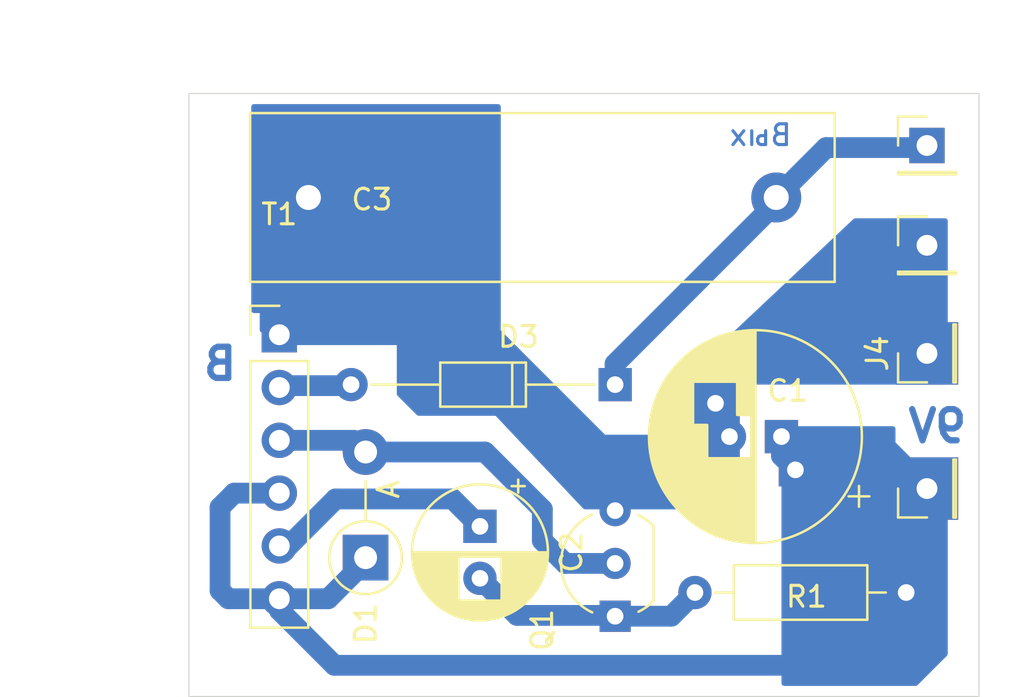
<source format=kicad_pcb>
(kicad_pcb (version 20211014) (generator pcbnew)
  (layers (0 "F.Cu" signal) (31 "B.Cu" signal) (34 "B.Paste" user) (35 "F.Paste" user) (36 "B.SilkS" user "B.Silkscreen") (37 "F.SilkS" user "F.Silkscreen") (38 "B.Mask" user) (39 "F.Mask" user) (44 "Edge.Cuts" user))
  (net 0 "")
  (net 1 "+9V")
  (net 2 "Earth")
  (net 3 "Net-(C2-Pad2)")
  (net 4 "Net-(C2-Pad1)")
  (net 5 "Net-(C3-Pad2)")
  (net 6 "Net-(D1-Pad2)")
  (net 7 "Net-(D3-Pad2)")
  (footprint "Capacitor_THT:CP_Radial_D10.0mm_P2.50mm_P5.00mm" (layer "F.Cu") (at 81.5 53.5 180)
    (fp_text reference "C1" (at -0.3 2.2) (layer "F.SilkS"))
    (fp_text value "200uf 10v")
    (fp_line (start 3.331 -4.639) (end 3.331 -1.04) (layer "F.SilkS") (width 0.12))
    (fp_line (start 1.81 1.04) (end 1.81 5.05) (layer "F.SilkS") (width 0.12))
    (fp_line (start 4.971 -3.478) (end 4.971 3.478) (layer "F.SilkS") (width 0.12))
    (fp_line (start 5.971 -1.944) (end 5.971 1.944) (layer "F.SilkS") (width 0.12))
    (fp_line (start 2.211 2.64) (end 2.211 4.99) (layer "F.SilkS") (width 0.12))
    (fp_line (start 6.011 -1.846) (end 6.011 1.846) (layer "F.SilkS") (width 0.12))
    (fp_line (start 3.571 -4.525) (end 3.571 0.56) (layer "F.SilkS") (width 0.12))
    (fp_line (start 4.811 -3.64) (end 4.811 3.64) (layer "F.SilkS") (width 0.12))
    (fp_line (start 2.211 -4.99) (end 2.211 -1.04) (layer "F.SilkS") (width 0.12))
    (fp_line (start 1.49 -5.075) (end 1.49 -1.04) (layer "F.SilkS") (width 0.12))
    (fp_line (start 2.571 -4.907) (end 2.571 -1.04) (layer "F.SilkS") (width 0.12))
    (fp_line (start 4.131 -4.194) (end 4.131 0.56) (layer "F.SilkS") (width 0.12))
    (fp_line (start 6.251 -1.062) (end 6.251 1.062) (layer "F.SilkS") (width 0.12))
    (fp_line (start 2.531 -4.918) (end 2.531 -1.04) (layer "F.SilkS") (width 0.12))
    (fp_line (start 3.771 -4.417) (end 3.771 0.56) (layer "F.SilkS") (width 0.12))
    (fp_line (start 5.131 -3.301) (end 5.131 3.301) (layer "F.SilkS") (width 0.12))
    (fp_line (start 2.611 -4.897) (end 2.611 -1.04) (layer "F.SilkS") (width 0.12))
    (fp_line (start 3.611 -4.504) (end 3.611 0.56) (layer "F.SilkS") (width 0.12))
    (fp_line (start 1.77 -5.054) (end 1.77 -1.04) (layer "F.SilkS") (width 0.12))
    (fp_line (start 2.411 -4.947) (end 2.411 -1.04) (layer "F.SilkS") (width 0.12))
    (fp_line (start 4.411 -3.989) (end 4.411 3.989) (layer "F.SilkS") (width 0.12))
    (fp_line (start 3.851 -4.371) (end 3.851 0.56) (layer "F.SilkS") (width 0.12))
    (fp_line (start 1.85 1.04) (end 1.85 5.045) (layer "F.SilkS") (width 0.12))
    (fp_line (start 6.091 -1.63) (end 6.091 1.63) (layer "F.SilkS") (width 0.12))
    (fp_line (start 2.051 1.04) (end 2.051 5.018) (layer "F.SilkS") (width 0.12))
    (fp_line (start 2.811 2.64) (end 2.811 4.837) (layer "F.SilkS") (width 0.12))
    (fp_line (start 5.811 -2.289) (end 5.811 2.289) (layer "F.SilkS") (width 0.12))
    (fp_line (start 5.691 -2.51) (end 5.691 2.51) (layer "F.SilkS") (width 0.12))
    (fp_line (start 6.051 -1.742) (end 6.051 1.742) (layer "F.SilkS") (width 0.12))
    (fp_line (start 2.131 -5.004) (end 2.131 -1.04) (layer "F.SilkS") (width 0.12))
    (fp_line (start 5.331 -3.054) (end 5.331 3.054) (layer "F.SilkS") (width 0.12))
    (fp_line (start 4.211 -4.138) (end 4.211 0.56) (layer "F.SilkS") (width 0.12))
    (fp_line (start 1.45 -5.077) (end 1.45 5.077) (layer "F.SilkS") (width 0.12))
    (fp_line (start 4.891 -3.561) (end 4.891 3.561) (layer "F.SilkS") (width 0.12))
    (fp_line (start 3.971 -4.298) (end 3.971 0.56) (layer "F.SilkS") (width 0.12))
    (fp_line (start 3.931 2.64) (end 3.931 4.323) (layer "F.SilkS") (width 0.12))
    (fp_line (start 2.531 2.64) (end 2.531 4.918) (layer "F.SilkS") (width 0.12))
    (fp_line (start 3.731 -4.44) (end 3.731 0.56) (layer "F.SilkS") (width 0.12))
    (fp_line (start 2.651 2.64) (end 2.651 4.885) (layer "F.SilkS") (width 0.12))
    (fp_line (start 5.851 -2.209) (end 5.851 2.209) (layer "F.SilkS") (width 0.12))
    (fp_line (start 2.651 -4.885) (end 2.651 -1.04) (layer "F.SilkS") (width 0.12))
    (fp_line (start 1.89 1.04) (end 1.89 5.04) (layer "F.SilkS") (width 0.12))
    (fp_line (start 1.53 1.04) (end 1.53 5.073) (layer "F.SilkS") (width 0.12))
    (fp_line (start 4.051 -4.247) (end 4.051 0.56) (layer "F.SilkS") (width 0.12))
    (fp_line (start 1.77 1.04) (end 1.77 5.054) (layer "F.SilkS") (width 0.12))
    (fp_line (start 3.211 -4.69) (end 3.211 -1.04) (layer "F.SilkS") (width 0.12))
    (fp_line (start 2.411 2.64) (end 2.411 4.947) (layer "F.SilkS") (width 0.12))
    (fp_line (start 1.53 -5.073) (end 1.53 -1.04) (layer "F.SilkS") (width 0.12))
    (fp_line (start 1.57 -5.07) (end 1.57 -1.04) (layer "F.SilkS") (width 0.12))
    (fp_line (start 6.211 -1.23) (end 6.211 1.23) (layer "F.SilkS") (width 0.12))
    (fp_line (start 3.451 -4.584) (end 3.451 -1.04) (layer "F.SilkS") (width 0.12))
    (fp_line (start 2.051 -5.018) (end 2.051 -1.04) (layer "F.SilkS") (width 0.12))
    (fp_line (start 3.171 -4.707) (end 3.171 -1.04) (layer "F.SilkS") (width 0.12))
    (fp_line (start 3.731 2.64) (end 3.731 4.44) (layer "F.SilkS") (width 0.12))
    (fp_line (start 3.331 2.64) (end 3.331 4.639) (layer "F.SilkS") (width 0.12))
    (fp_line (start 4.731 -3.716) (end 4.731 3.716) (layer "F.SilkS") (width 0.12))
    (fp_line (start 6.331 -0.599) (end 6.331 0.599) (layer "F.SilkS") (width 0.12))
    (fp_line (start 4.171 2.64) (end 4.171 4.166) (layer "F.SilkS") (width 0.12))
    (fp_line (start 3.251 -4.674) (end 3.251 -1.04) (layer "F.SilkS") (width 0.12))
    (fp_line (start 4.451 -3.957) (end 4.451 3.957) (layer "F.SilkS") (width 0.12))
    (fp_line (start 5.491 -2.83) (end 5.491 2.83) (layer "F.SilkS") (width 0.12))
    (fp_line (start 1.49 1.04) (end 1.49 5.075) (layer "F.SilkS") (width 0.12))
    (fp_line (start 2.891 2.64) (end 2.891 4.811) (layer "F.SilkS") (width 0.12))
    (fp_line (start 4.051 2.64) (end 4.051 4.247) (layer "F.SilkS") (width 0.12))
    (fp_line (start 4.651 -3.789) (end 4.651 3.789) (layer "F.SilkS") (width 0.12))
    (fp_line (start 5.091 -3.347) (end 5.091 3.347) (layer "F.SilkS") (width 0.12))
    (fp_line (start 2.331 2.64) (end 2.331 4.965) (layer "F.SilkS") (width 0.12))
    (fp_line (start 5.891 -2.125) (end 5.891 2.125) (layer "F.SilkS") (width 0.12))
    (fp_line (start 4.171 -4.166) (end 4.171 0.56) (layer "F.SilkS") (width 0.12))
    (fp_line (start 4.531 -3.892) (end 4.531 3.892) (layer "F.SilkS") (width 0.12))
    (fp_line (start 2.571 2.64) (end 2.571 4.907) (layer "F.SilkS") (width 0.12))
    (fp_line (start 5.011 -3.436) (end 5.011 3.436) (layer "F.SilkS") (width 0.12))
    (fp_line (start 2.931 -4.797) (end 2.931 -1.04) (layer "F.SilkS") (width 0.12))
    (fp_line (start 2.451 2.64) (end 2.451 4.938) (layer "F.SilkS") (width 0.12))
    (fp_line (start 3.851 2.64) (end 3.851 4.371) (layer "F.SilkS") (width 0.12))
    (fp_line (start 3.691 2.64) (end 3.691 4.462) (layer "F.SilkS") (width 0.12))
    (fp_line (start 2.091 1.04) (end 2.091 5.011) (layer "F.SilkS") (width 0.12))
    (fp_line (start 2.091 -5.011) (end 2.091 -1.04) (layer "F.SilkS") (width 0.12))
    (fp_line (start 2.691 -4.874) (end 2.691 -1.04) (layer "F.SilkS") (width 0.12))
    (fp_line (start 5.291 -3.106) (end 5.291 3.106) (layer "F.SilkS") (width 0.12))
    (fp_line (start 1.85 -5.045) (end 1.85 -1.04) (layer "F.SilkS") (width 0.12))
    (fp_line (start 3.571 2.64) (end 3.571 4.525) (layer "F.SilkS") (width 0.12))
    (fp_line (start 2.291 2.64) (end 2.291 4.974) (layer "F.SilkS") (width 0.12))
    (fp_line (start 2.851 2.64) (end 2.851 4.824) (layer "F.SilkS") (width 0.12))
    (fp_line (start 2.331 -4.965) (end 2.331 -1.04) (layer "F.SilkS") (width 0.12))
    (fp_line (start 3.211 2.64) (end 3.211 4.69) (layer "F.SilkS") (width 0.12))
    (fp_line (start 4.331 -4.05) (end 4.331 4.05) (layer "F.SilkS") (width 0.12))
    (fp_line (start 2.131 1.04) (end 2.131 5.004) (layer "F.SilkS") (width 0.12))
    (fp_line (start 5.611 -2.645) (end 5.611 2.645) (layer "F.SilkS") (width 0.12))
    (fp_line (start 3.051 2.64) (end 3.051 4.754) (layer "F.SilkS") (width 0.12))
    (fp_line (start 4.011 2.64) (end 4.011 4.273) (layer "F.SilkS") (width 0.12))
    (fp_line (start 5.211 -3.206) (end 5.211 3.206) (layer "F.SilkS") (width 0.12))
    (fp_line (start 1.69 1.04) (end 1.69 5.062) (layer "F.SilkS") (width 0.12))
    (fp_line (start 3.291 -4.657) (end 3.291 -1.04) (layer "F.SilkS") (width 0.12))
    (fp_line (start 3.651 2.64) (end 3.651 4.483) (layer "F.SilkS") (width 0.12))
    (fp_line (start 2.251 2.64) (end 2.251 4.982) (layer "F.SilkS") (width 0.12))
    (fp_line (start 4.851 -3.601) (end 4.851 3.601) (layer "F.SilkS") (width 0.12))
    (fp_line (start 4.571 -3.858) (end 4.571 3.858) (layer "F.SilkS") (width 0.12))
    (fp_line (start 3.651 -4.483) (end 3.651 0.56) (layer "F.SilkS") (width 0.12))
    (fp_line (start 4.131 2.64) (end 4.131 4.194) (layer "F.SilkS") (width 0.12))
    (fp_line (start 4.211 2.64) (end 4.211 4.138) (layer "F.SilkS") (width 0.12))
    (fp_line (start 3.131 -4.723) (end 3.131 -1.04) (layer "F.SilkS") (width 0.12))
    (fp_line (start 3.411 2.64) (end 3.411 4.603) (layer "F.SilkS") (width 0.12))
    (fp_line (start 3.971 2.64) (end 3.971 4.298) (layer "F.SilkS") (width 0.12))
    (fp_line (start -4.229646 -2.875) (end -3.229646 -2.875) (layer "F.SilkS") (width 0.12))
    (fp_line (start 4.091 -4.221) (end 4.091 0.56) (layer "F.SilkS") (width 0.12))
    (fp_line (start 3.811 -4.395) (end 3.811 0.56) (layer "F.SilkS") (width 0.12))
    (fp_line (start 5.771 -2.365) (end 5.771 2.365) (layer "F.SilkS") (width 0.12))
    (fp_line (start 3.771 2.64) (end 3.771 4.417) (layer "F.SilkS") (width 0.12))
    (fp_line (start 1.25 -5.08) (end 1.25 5.08) (layer "F.SilkS") (width 0.12))
    (fp_line (start 3.931 -4.323) (end 3.931 0.56) (layer "F.SilkS") (width 0.12))
    (fp_line (start 4.251 -4.11) (end 4.251 4.11) (layer "F.SilkS") (width 0.12))
    (fp_line (start 2.371 2.64) (end 2.371 4.956) (layer "F.SilkS") (width 0.12))
    (fp_line (start 2.811 -4.837) (end 2.811 -1.04) (layer "F.SilkS") (width 0.12))
    (fp_line (start 1.61 1.04) (end 1.61 5.068) (layer "F.SilkS") (width 0.12))
    (fp_line (start 5.731 -2.439) (end 5.731 2.439) (layer "F.SilkS") (width 0.12))
    (fp_line (start 2.491 2.64) (end 2.491 4.928) (layer "F.SilkS") (width 0.12))
    (fp_line (start 2.171 -4.997) (end 2.171 -1.04) (layer "F.SilkS") (width 0.12))
    (fp_line (start 2.611 2.64) (end 2.611 4.897) (layer "F.SilkS") (width 0.12))
    (fp_line (start 2.011 -5.024) (end 2.011 -1.04) (layer "F.SilkS") (width 0.12))
    (fp_line (start 4.611 -3.824) (end 4.611 3.824) (layer "F.SilkS") (width 0.12))
    (fp_line (start 4.291 -4.08) (end 4.291 4.08) (layer "F.SilkS") (width 0.12))
    (fp_line (start 1.73 1.04) (end 1.73 5.058) (layer "F.SilkS") (width 0.12))
    (fp_line (start 3.011 -4.768) (end 3.011 -1.04) (layer "F.SilkS") (width 0.12))
    (fp_line (start 3.371 -4.621) (end 3.371 -1.04) (layer "F.SilkS") (width 0.12))
    (fp_line (start 3.291 2.64) (end 3.291 4.657) (layer "F.SilkS") (width 0.12))
    (fp_line (start 3.371 2.64) (end 3.371 4.621) (layer "F.SilkS") (width 0.12))
    (fp_line (start 1.57 1.04) (end 1.57 5.07) (layer "F.SilkS") (width 0.12))
    (fp_line (start 5.371 -3) (end 5.371 3) (layer "F.SilkS") (width 0.12))
    (fp_line (start 1.65 1.04) (end 1.65 5.065) (layer "F.SilkS") (width 0.12))
    (fp_line (start 4.691 -3.753) (end 4.691 3.753) (layer "F.SilkS") (width 0.12))
    (fp_line (start 1.65 -5.065) (end 1.65 -1.04) (layer "F.SilkS") (width 0.12))
    (fp_line (start 3.051 -4.754) (end 3.051 -1.04) (layer "F.SilkS") (width 0.12))
    (fp_line (start 2.971 -4.783) (end 2.971 -1.04) (layer "F.SilkS") (width 0.12))
    (fp_line (start 3.411 -4.603) (end 3.411 -1.04) (layer "F.SilkS") (width 0.12))
    (fp_line (start -3.729646 -3.375) (end -3.729646 -2.375) (layer "F.SilkS") (width 0.12))
    (fp_line (start 3.491 -4.564) (end 3.491 -1.04) (layer "F.SilkS") (width 0.12))
    (fp_line (start 5.171 -3.254) (end 5.171 3.254) (layer "F.SilkS") (width 0.12))
    (fp_line (start 1.69 -5.062) (end 1.69 -1.04) (layer "F.SilkS") (width 0.12))
    (fp_line (start 3.011 2.64) (end 3.011 4.768) (layer "F.SilkS") (width 0.12))
    (fp_line (start 5.651 -2.579) (end 5.651 2.579) (layer "F.SilkS") (width 0.12))
    (fp_line (start 4.931 -3.52) (end 4.931 3.52) (layer "F.SilkS") (width 0.12))
    (fp_line (start 6.291 -0.862) (end 6.291 0.862) (layer "F.SilkS") (width 0.12))
    (fp_line (start 3.691 -4.462) (end 3.691 0.56) (layer "F.SilkS") (width 0.12))
    (fp_line (start 1.93 -5.035) (end 1.93 -1.04) (layer "F.SilkS") (width 0.12))
    (fp_line (start 4.371 -4.02) (end 4.371 4.02) (layer "F.SilkS") (width 0.12))
    (fp_line (start 2.771 2.64) (end 2.771 4.85) (layer "F.SilkS") (width 0.12))
    (fp_line (start 1.89 -5.04) (end 1.89 -1.04) (layer "F.SilkS") (width 0.12))
    (fp_line (start 3.891 2.64) (end 3.891 4.347) (layer "F.SilkS") (width 0.12))
    (fp_line (start 2.291 -4.974) (end 2.291 -1.04) (layer "F.SilkS") (width 0.12))
    (fp_line (start 1.81 -5.05) (end 1.81 -1.04) (layer "F.SilkS") (width 0.12))
    (fp_line (start 1.971 1.04) (end 1.971 5.03) (layer "F.SilkS") (width 0.12))
    (fp_line (start 2.851 -4.824) (end 2.851 -1.04) (layer "F.SilkS") (width 0.12))
    (fp_line (start 4.011 -4.273) (end 4.011 0.56) (layer "F.SilkS") (width 0.12))
    (fp_line (start 1.73 -5.058) (end 1.73 -1.04) (layer "F.SilkS") (width 0.12))
    (fp_line (start 3.171 2.64) (end 3.171 4.707) (layer "F.SilkS") (width 0.12))
    (fp_line (start 3.531 2.64) (end 3.531 4.545) (layer "F.SilkS") (width 0.12))
    (fp_line (start 3.131 2.64) (end 3.131 4.723) (layer "F.SilkS") (width 0.12))
    (fp_line (start 2.971 2.64) (end 2.971 4.783) (layer "F.SilkS") (width 0.12))
    (fp_line (start 3.251 2.64) (end 3.251 4.674) (layer "F.SilkS") (width 0.12))
    (fp_line (start 3.451 2.64) (end 3.451 4.584) (layer "F.SilkS") (width 0.12))
    (fp_line (start 3.091 -4.738) (end 3.091 -1.04) (layer "F.SilkS") (width 0.12))
    (fp_line (start 2.891 -4.811) (end 2.891 -1.04) (layer "F.SilkS") (width 0.12))
    (fp_line (start 4.491 -3.925) (end 4.491 3.925) (layer "F.SilkS") (width 0.12))
    (fp_line (start 5.451 -2.889) (end 5.451 2.889) (layer "F.SilkS") (width 0.12))
    (fp_line (start 3.891 -4.347) (end 3.891 0.56) (layer "F.SilkS") (width 0.12))
    (fp_line (start 3.611 2.64) (end 3.611 4.504) (layer "F.SilkS") (width 0.12))
    (fp_line (start 2.011 1.04) (end 2.011 5.024) (layer "F.SilkS") (width 0.12))
    (fp_line (start 5.411 -2.945) (end 5.411 2.945) (layer "F.SilkS") (width 0.12))
    (fp_line (start 2.371 -4.956) (end 2.371 -1.04) (layer "F.SilkS") (width 0.12))
    (fp_line (start 1.33 -5.08) (end 1.33 5.08) (layer "F.SilkS") (width 0.12))
    (fp_line (start 3.091 2.64) (end 3.091 4.738) (layer "F.SilkS") (width 0.12))
    (fp_line (start 1.61 -5.068) (end 1.61 -1.04) (layer "F.SilkS") (width 0.12))
    (fp_line (start 2.731 2.64) (end 2.731 4.862) (layer "F.SilkS") (width 0.12))
    (fp_line (start 1.971 -5.03) (end 1.971 -1.04) (layer "F.SilkS") (width 0.12))
    (fp_line (start 3.811 2.64) (end 3.811 4.395) (layer "F.SilkS") (width 0.12))
    (fp_line (start 1.41 -5.078) (end 1.41 5.078) (layer "F.SilkS") (width 0.12))
    (fp_line (start 5.931 -2.037) (end 5.931 2.037) (layer "F.SilkS") (width 0.12))
    (fp_line (start 1.29 -5.08) (end 1.29 5.08) (layer "F.SilkS") (width 0.12))
    (fp_line (start 6.131 -1.51) (end 6.131 1.51) (layer "F.SilkS") (width 0.12))
    (fp_line (start 5.251 -3.156) (end 5.251 3.156) (layer "F.SilkS") (width 0.12))
    (fp_line (start 4.771 -3.679) (end 4.771 3.679) (layer "F.SilkS") (width 0.12))
    (fp_line (start 5.531 -2.77) (end 5.531 2.77) (layer "F.SilkS") (width 0.12))
    (fp_line (start 4.091 2.64) (end 4.091 4.221) (layer "F.SilkS") (width 0.12))
    (fp_line (start 2.691 2.64) (end 2.691 4.874) (layer "F.SilkS") (width 0.12))
    (fp_line (start 3.531 -4.545) (end 3.531 -1.04) (layer "F.SilkS") (width 0.12))
    (fp_line (start 5.051 -3.392) (end 5.051 3.392) (layer "F.SilkS") (width 0.12))
    (fp_line (start 2.931 2.64) (end 2.931 4.797) (layer "F.SilkS") (width 0.12))
    (fp_line (start 6.171 -1.378) (end 6.171 1.378) (layer "F.SilkS") (width 0.12))
    (fp_line (start 2.251 -4.982) (end 2.251 -1.04) (layer "F.SilkS") (width 0.12))
    (fp_line (start 2.451 -4.938) (end 2.451 -1.04) (layer "F.SilkS") (width 0.12))
    (fp_line (start 1.37 -5.079) (end 1.37 5.079) (layer "F.SilkS") (width 0.12))
    (fp_line (start 1.93 1.04) (end 1.93 5.035) (layer "F.SilkS") (width 0.12))
    (fp_line (start 2.731 -4.862) (end 2.731 -1.04) (layer "F.SilkS") (width 0.12))
    (fp_line (start 5.571 -2.709) (end 5.571 2.709) (layer "F.SilkS") (width 0.12))
    (fp_line (start 3.491 2.64) (end 3.491 4.564) (layer "F.SilkS") (width 0.12))
    (fp_line (start 2.171 2.64) (end 2.171 4.997) (layer "F.SilkS") (width 0.12))
    (fp_line (start 2.771 -4.85) (end 2.771 -1.04) (layer "F.SilkS") (width 0.12))
    (fp_line (start 2.491 -4.928) (end 2.491 -1.04) (layer "F.SilkS") (width 0.12))
    (fp_circle (center 1.25 0) (end 6.37 0) (layer "F.SilkS") (width 0.12) (fill none))
    (pad "1" thru_hole rect locked (at -0.670937 -1.6 180) (size 1.6 1.6) (drill 0.8) (layers *.Cu *.Mask) (net 1 "+9V"))
    (pad "1" thru_hole rect locked (at 0 0 180) (size 1.6 1.6) (drill 0.8) (layers *.Cu *.Mask) (net 1 "+9V"))
    (pad "2" thru_hole circle locked (at 2.5 0 180) (size 1.6 1.6) (drill 0.8) (layers *.Cu *.Mask) (net 2 "Earth"))
    (pad "2" thru_hole circle locked (at 3.170937 1.6 180) (size 1.6 1.6) (drill 0.8) (layers *.Cu *.Mask) (net 2 "Earth"))
  )
  (footprint "Capacitor_THT:CP_Radial_D6.3mm_P2.50mm" (layer "F.Cu") (at 67 57.817621 -90)
    (fp_text reference "C2" (at 1.25 -4.4 -90) (layer "F.SilkS"))
    (fp_text value "3.3uf 15v")
    (fp_line (start 3.531 -2.305) (end 3.531 -1.04) (layer "F.SilkS") (width 0.12))
    (fp_line (start 2.611 -2.934) (end 2.611 -1.04) (layer "F.SilkS") (width 0.12))
    (fp_line (start 2.451 -3.002) (end 2.451 -1.04) (layer "F.SilkS") (width 0.12))
    (fp_line (start 2.851 1.04) (end 2.851 2.812) (layer "F.SilkS") (width 0.12))
    (fp_line (start 1.85 1.04) (end 1.85 3.175) (layer "F.SilkS") (width 0.12))
    (fp_line (start 1.33 -3.23) (end 1.33 3.23) (layer "F.SilkS") (width 0.12))
    (fp_line (start 1.53 1.04) (end 1.53 3.218) (layer "F.SilkS") (width 0.12))
    (fp_line (start 1.37 -3.228) (end 1.37 3.228) (layer "F.SilkS") (width 0.12))
    (fp_line (start 3.331 -2.484) (end 3.331 -1.04) (layer "F.SilkS") (width 0.12))
    (fp_line (start 3.851 -1.944) (end 3.851 1.944) (layer "F.SilkS") (width 0.12))
    (fp_line (start 2.531 -2.97) (end 2.531 -1.04) (layer "F.SilkS") (width 0.12))
    (fp_line (start 3.291 1.04) (end 3.291 2.516) (layer "F.SilkS") (width 0.12))
    (fp_line (start 1.49 1.04) (end 1.49 3.222) (layer "F.SilkS") (width 0.12))
    (fp_line (start 2.251 1.04) (end 2.251 3.074) (layer "F.SilkS") (width 0.12))
    (fp_line (start 4.251 -1.262) (end 4.251 1.262) (layer "F.SilkS") (width 0.12))
    (fp_line (start 4.211 -1.35) (end 4.211 1.35) (layer "F.SilkS") (width 0.12))
    (fp_line (start 4.291 -1.165) (end 4.291 1.165) (layer "F.SilkS") (width 0.12))
    (fp_line (start 2.291 1.04) (end 2.291 3.061) (layer "F.SilkS") (width 0.12))
    (fp_line (start 1.81 1.04) (end 1.81 3.182) (layer "F.SilkS") (width 0.12))
    (fp_line (start 3.291 -2.516) (end 3.291 -1.04) (layer "F.SilkS") (width 0.12))
    (fp_line (start 3.771 -2.044) (end 3.771 2.044) (layer "F.SilkS") (width 0.12))
    (fp_line (start 1.89 -3.167) (end 1.89 -1.04) (layer "F.SilkS") (width 0.12))
    (fp_line (start 2.531 1.04) (end 2.531 2.97) (layer "F.SilkS") (width 0.12))
    (fp_line (start 4.371 -0.94) (end 4.371 0.94) (layer "F.SilkS") (width 0.12))
    (fp_line (start 2.651 1.04) (end 2.651 2.916) (layer "F.SilkS") (width 0.12))
    (fp_line (start 2.411 1.04) (end 2.411 3.018) (layer "F.SilkS") (width 0.12))
    (fp_line (start 2.131 -3.11) (end 2.131 -1.04) (layer "F.SilkS") (width 0.12))
    (fp_line (start 2.371 1.04) (end 2.371 3.033) (layer "F.SilkS") (width 0.12))
    (fp_line (start 2.891 -2.79) (end 2.891 -1.04) (layer "F.SilkS") (width 0.12))
    (fp_line (start 1.53 -3.218) (end 1.53 -1.04) (layer "F.SilkS") (width 0.12))
    (fp_line (start 1.41 -3.227) (end 1.41 3.227) (layer "F.SilkS") (width 0.12))
    (fp_line (start 3.491 -2.343) (end 3.491 -1.04) (layer "F.SilkS") (width 0.12))
    (fp_line (start 3.971 -1.776) (end 3.971 1.776) (layer "F.SilkS") (width 0.12))
    (fp_line (start 1.61 1.04) (end 1.61 3.211) (layer "F.SilkS") (width 0.12))
    (fp_line (start 3.451 -2.38) (end 3.451 -1.04) (layer "F.SilkS") (width 0.12))
    (fp_line (start 3.731 -2.092) (end 3.731 2.092) (layer "F.SilkS") (width 0.12))
    (fp_line (start 4.051 -1.65) (end 4.051 1.65) (layer "F.SilkS") (width 0.12))
    (fp_line (start 4.091 -1.581) (end 4.091 1.581) (layer "F.SilkS") (width 0.12))
    (fp_line (start 1.77 1.04) (end 1.77 3.189) (layer "F.SilkS") (width 0.12))
    (fp_line (start 3.051 -2.69) (end 3.051 -1.04) (layer "F.SilkS") (width 0.12))
    (fp_line (start 2.371 -3.033) (end 2.371 -1.04) (layer "F.SilkS") (width 0.12))
    (fp_line (start 3.371 -2.45) (end 3.371 -1.04) (layer "F.SilkS") (width 0.12))
    (fp_line (start 1.57 -3.215) (end 1.57 -1.04) (layer "F.SilkS") (width 0.12))
    (fp_line (start 1.25 -3.23) (end 1.25 3.23) (layer "F.SilkS") (width 0.12))
    (fp_line (start 3.411 -2.416) (end 3.411 -1.04) (layer "F.SilkS") (width 0.12))
    (fp_line (start 3.531 1.04) (end 3.531 2.305) (layer "F.SilkS") (width 0.12))
    (fp_line (start 4.451 -0.633) (end 4.451 0.633) (layer "F.SilkS") (width 0.12))
    (fp_line (start 2.971 -2.742) (end 2.971 -1.04) (layer "F.SilkS") (width 0.12))
    (fp_line (start 1.65 -3.206) (end 1.65 -1.04) (layer "F.SilkS") (width 0.12))
    (fp_line (start 4.171 -1.432) (end 4.171 1.432) (layer "F.SilkS") (width 0.12))
    (fp_line (start 2.211 -3.086) (end 2.211 -1.04) (layer "F.SilkS") (width 0.12))
    (fp_line (start 2.731 1.04) (end 2.731 2.876) (layer "F.SilkS") (width 0.12))
    (fp_line (start 1.971 1.04) (end 1.971 3.15) (layer "F.SilkS") (width 0.12))
    (fp_line (start 3.651 -2.182) (end 3.651 2.182) (layer "F.SilkS") (width 0.12))
    (fp_line (start 2.051 -3.131) (end 2.051 -1.04) (layer "F.SilkS") (width 0.12))
    (fp_line (start 3.131 1.04) (end 3.131 2.636) (layer "F.SilkS") (width 0.12))
    (fp_line (start 3.051 1.04) (end 3.051 2.69) (layer "F.SilkS") (width 0.12))
    (fp_line (start 1.73 1.04) (end 1.73 3.195) (layer "F.SilkS") (width 0.12))
    (fp_line (start 2.091 1.04) (end 2.091 3.121) (layer "F.SilkS") (width 0.12))
    (fp_line (start 1.69 1.04) (end 1.69 3.201) (layer "F.SilkS") (width 0.12))
    (fp_line (start 3.891 -1.89) (end 3.891 1.89) (layer "F.SilkS") (width 0.12))
    (fp_line (start 4.491 -0.402) (end 4.491 0.402) (layer "F.SilkS") (width 0.12))
    (fp_line (start 2.291 -3.061) (end 2.291 -1.04) (layer "F.SilkS") (width 0.12))
    (fp_line (start 1.49 -3.222) (end 1.49 -1.04) (layer "F.SilkS") (width 0.12))
    (fp_line (start 3.091 -2.664) (end 3.091 -1.04) (layer "F.SilkS") (width 0.12))
    (fp_line (start 2.171 1.04) (end 2.171 3.098) (layer "F.SilkS") (width 0.12))
    (fp_line (start 4.411 -0.802) (end 4.411 0.802) (layer "F.SilkS") (width 0.12))
    (fp_line (start 1.971 -3.15) (end 1.971 -1.04) (layer "F.SilkS") (width 0.12))
    (fp_line (start 3.371 1.04) (end 3.371 2.45) (layer "F.SilkS") (width 0.12))
    (fp_line (start 2.491 1.04) (end 2.491 2.986) (layer "F.SilkS") (width 0.12))
    (fp_line (start 1.85 -3.175) (end 1.85 -1.04) (layer "F.SilkS") (width 0.12))
    (fp_line (start 1.69 -3.201) (end 1.69 -1.04) (layer "F.SilkS") (width 0.12))
    (fp_line (start 1.93 1.04) (end 1.93 3.159) (layer "F.SilkS") (width 0.12))
    (fp_line (start 3.571 -2.265) (end 3.571 2.265) (layer "F.SilkS") (width 0.12))
    (fp_line (start 2.691 1.04) (end 2.691 2.896) (layer "F.SilkS") (width 0.12))
    (fp_line (start 3.491 1.04) (end 3.491 2.343) (layer "F.SilkS") (width 0.12))
    (fp_line (start 3.251 1.04) (end 3.251 2.548) (layer "F.SilkS") (width 0.12))
    (fp_line (start 1.89 1.04) (end 1.89 3.167) (layer "F.SilkS") (width 0.12))
    (fp_line (start 3.611 -2.224) (end 3.611 2.224) (layer "F.SilkS") (width 0.12))
    (fp_line (start 3.411 1.04) (end 3.411 2.416) (layer "F.SilkS") (width 0.12))
    (fp_line (start 3.171 1.04) (end 3.171 2.607) (layer "F.SilkS") (width 0.12))
    (fp_line (start 2.571 1.04) (end 2.571 2.952) (layer "F.SilkS") (width 0.12))
    (fp_line (start 2.411 -3.018) (end 2.411 -1.04) (layer "F.SilkS") (width 0.12))
    (fp_line (start 2.571 -2.952) (end 2.571 -1.04) (layer "F.SilkS") (width 0.12))
    (fp_line (start 3.011 1.04) (end 3.011 2.716) (layer "F.SilkS") (width 0.12))
    (fp_line (start 1.65 1.04) (end 1.65 3.206) (layer "F.SilkS") (width 0.12))
    (fp_line (start 2.691 -2.896) (end 2.691 -1.04) (layer "F.SilkS") (width 0.12))
    (fp_line (start 2.211 1.04) (end 2.211 3.086) (layer "F.SilkS") (width 0.12))
    (fp_line (start 2.811 1.04) (end 2.811 2.834) (layer "F.SilkS") (width 0.12))
    (fp_line (start 2.931 1.04) (end 2.931 2.766) (layer "F.SilkS") (width 0.12))
    (fp_line (start 2.771 1.04) (end 2.771 2.856) (layer "F.SilkS") (width 0.12))
    (fp_line (start 2.451 1.04) (end 2.451 3.002) (layer "F.SilkS") (width 0.12))
    (fp_line (start 4.131 -1.509) (end 4.131 1.509) (layer "F.SilkS") (width 0.12))
    (fp_line (start 2.931 -2.766) (end 2.931 -1.04) (layer "F.SilkS") (width 0.12))
    (fp_line (start 1.93 -3.159) (end 1.93 -1.04) (layer "F.SilkS") (width 0.12))
    (fp_line (start 2.811 -2.834) (end 2.811 -1.04) (layer "F.SilkS") (width 0.12))
    (fp_line (start -1.935241 -2.154) (end -1.935241 -1.524) (layer "F.SilkS") (width 0.12))
    (fp_line (start 2.331 1.04) (end 2.331 3.047) (layer "F.SilkS") (width 0.12))
    (fp_line (start 2.491 -2.986) (end 2.491 -1.04) (layer "F.SilkS") (width 0.12))
    (fp_line (start 2.611 1.04) (end 2.611 2.934) (layer "F.SilkS") (width 0.12))
    (fp_line (start 3.131 -2.636) (end 3.131 -1.04) (layer "F.SilkS") (width 0.12))
    (fp_line (start 3.811 -1.995) (end 3.811 1.995) (layer "F.SilkS") (width 0.12))
    (fp_line (start -2.250241 -1.839) (end -1.620241 -1.839) (layer "F.SilkS") (width 0.12))
    (fp_line (start 3.451 1.04) (end 3.451 2.38) (layer "F.SilkS") (width 0.12))
    (fp_line (start 2.651 -2.916) (end 2.651 -1.04) (layer "F.SilkS") (width 0.12))
    (fp_line (start 2.771 -2.856) (end 2.771 -1.04) (layer "F.SilkS") (width 0.12))
    (fp_line (start 2.331 -3.047) (end 2.331 -1.04) (layer "F.SilkS") (width 0.12))
    (fp_line (start 2.051 1.04) (end 2.051 3.131) (layer "F.SilkS") (width 0.12))
    (fp_line (start 3.931 -1.834) (end 3.931 1.834) (layer "F.SilkS") (width 0.12))
    (fp_line (start 3.171 -2.607) (end 3.171 -1.04) (layer "F.SilkS") (width 0.12))
    (fp_line (start 3.251 -2.548) (end 3.251 -1.04) (layer "F.SilkS") (width 0.12))
    (fp_line (start 1.57 1.04) (end 1.57 3.215) (layer "F.SilkS") (width 0.12))
    (fp_line (start 3.331 1.04) (end 3.331 2.484) (layer "F.SilkS") (width 0.12))
    (fp_line (start 3.211 1.04) (end 3.211 2.578) (layer "F.SilkS") (width 0.12))
    (fp_line (start 2.891 1.04) (end 2.891 2.79) (layer "F.SilkS") (width 0.12))
    (fp_line (start 1.29 -3.23) (end 1.29 3.23) (layer "F.SilkS") (width 0.12))
    (fp_line (start 2.011 -3.141) (end 2.011 -1.04) (layer "F.SilkS") (width 0.12))
    (fp_line (start 2.971 1.04) (end 2.971 2.742) (layer "F.SilkS") (width 0.12))
    (fp_line (start 2.731 -2.876) (end 2.731 -1.04) (layer "F.SilkS") (width 0.12))
    (fp_line (start 4.011 -1.714) (end 4.011 1.714) (layer "F.SilkS") (width 0.12))
    (fp_line (start 3.211 -2.578) (end 3.211 -1.04) (layer "F.SilkS") (width 0.12))
    (fp_line (start 1.61 -3.211) (end 1.61 -1.04) (layer "F.SilkS") (width 0.12))
    (fp_line (start 2.851 -2.812) (end 2.851 -1.04) (layer "F.SilkS") (width 0.12))
    (fp_line (start 4.331 -1.059) (end 4.331 1.059) (layer "F.SilkS") (width 0.12))
    (fp_line (start 1.77 -3.189) (end 1.77 -1.04) (layer "F.SilkS") (width 0.12))
    (fp_line (start 2.091 -3.121) (end 2.091 -1.04) (layer "F.SilkS") (width 0.12))
    (fp_line (start 2.131 1.04) (end 2.131 3.11) (layer "F.SilkS") (width 0.12))
    (fp_line (start 2.171 -3.098) (end 2.171 -1.04) (layer "F.SilkS") (width 0.12))
    (fp_line (start 1.81 -3.182) (end 1.81 -1.04) (layer "F.SilkS") (width 0.12))
    (fp_line (start 1.45 -3.224) (end 1.45 3.224) (layer "F.SilkS") (width 0.12))
    (fp_line (start 2.251 -3.074) (end 2.251 -1.04) (layer "F.SilkS") (width 0.12))
    (fp_line (start 1.73 -3.195) (end 1.73 -1.04) (layer "F.SilkS") (width 0.12))
    (fp_line (start 2.011 1.04) (end 2.011 3.141) (layer "F.SilkS") (width 0.12))
    (fp_line (start 3.691 -2.137) (end 3.691 2.137) (layer "F.SilkS") (width 0.12))
    (fp_line (start 3.011 -2.716) (end 3.011 -1.04) (layer "F.SilkS") (width 0.12))
    (fp_line (start 3.091 1.04) (end 3.091 2.664) (layer "F.SilkS") (width 0.12))
    (fp_circle (center 1.25 0) (end 4.52 0) (layer "F.SilkS") (width 0.12) (fill none))
    (pad "1" thru_hole rect locked (at 0 0 270) (size 1.6 1.6) (drill 0.8) (layers *.Cu *.Mask) (net 4 "Net-(C2-Pad1)"))
    (pad "2" thru_hole circle locked (at 2.5 0 270) (size 1.6 1.6) (drill 0.8) (layers *.Cu *.Mask) (net 3 "Net-(C2-Pad2)"))
  )
  (footprint "Capacitors_THT:C_Rect_L28.0mm_W8.0mm_P22.50mm_MKS4" (layer "F.Cu") (at 58.75 42)
    (fp_text reference "C3" (at 3.05 0.1) (layer "F.SilkS"))
    (fp_text value "C")
    (fp_line (start -2.81 4.06) (end 25.31 4.06) (layer "F.SilkS") (width 0.12))
    (fp_line (start -2.81 -4.06) (end 25.31 -4.06) (layer "F.SilkS") (width 0.12))
    (fp_line (start -2.81 -4.06) (end -2.81 4.06) (layer "F.SilkS") (width 0.12))
    (fp_line (start 25.31 -4.06) (end 25.31 4.06) (layer "F.SilkS") (width 0.12))
    (pad "1" thru_hole circle locked (at 0 0) (size 2.4 2.4) (drill 1.2) (layers *.Cu *.Mask) (net 2 "Earth"))
    (pad "2" thru_hole circle locked (at 22.5 0) (size 2.4 2.4) (drill 1.2) (layers *.Cu *.Mask) (net 5 "Net-(C3-Pad2)"))
  )
  (footprint "Diode_THT:D_DO-41_SOD81_P5.08mm_Vertical_AnodeUp" (layer "F.Cu") (at 61.5 59.322182 90)
    (fp_text reference "D1" (at -3.177818 0 90) (layer "F.SilkS"))
    (fp_text value "кд510а")
    (fp_text user "A" (at 3.28 1.1 90) (layer "F.SilkS"))
    (fp_line (start 1.750635 0) (end 3.68 0) (layer "F.SilkS") (width 0.12))
    (fp_circle (center 0 0) (end 1.750635 0) (layer "F.SilkS") (width 0.12) (fill none))
    (pad "1" thru_hole rect locked (at 0 0 90) (size 2.2 2.2) (drill 1.1) (layers *.Cu *.Mask) (net 1 "+9V"))
    (pad "2" thru_hole oval locked (at 5.08 0 90) (size 2.2 2.2) (drill 1.1) (layers *.Cu *.Mask) (net 6 "Net-(D1-Pad2)"))
  )
  (footprint "Diodes_THT:D_DO-35_SOD27_P12.70mm_Horizontal" (layer "F.Cu") (at 73.5 51 180)
    (fp_text reference "D3" (at 4.65 2.3) (layer "F.SilkS"))
    (fp_text value "D")
    (fp_line (start 8.41 -1.06) (end 4.29 -1.06) (layer "F.SilkS") (width 0.12))
    (fp_line (start 0.98 0) (end 4.29 0) (layer "F.SilkS") (width 0.12))
    (fp_line (start 4.29 1.06) (end 8.41 1.06) (layer "F.SilkS") (width 0.12))
    (fp_line (start 4.29 -1.06) (end 4.29 1.06) (layer "F.SilkS") (width 0.12))
    (fp_line (start 8.41 1.06) (end 8.41 -1.06) (layer "F.SilkS") (width 0.12))
    (fp_line (start 11.72 0) (end 8.41 0) (layer "F.SilkS") (width 0.12))
    (fp_line (start 4.95 -1.06) (end 4.95 1.06) (layer "F.SilkS") (width 0.12))
    (pad "1" thru_hole rect locked (at 0 0 180) (size 1.6 1.6) (drill 0.8) (layers *.Cu *.Mask) (net 5 "Net-(C3-Pad2)"))
    (pad "2" thru_hole oval locked (at 12.7 0 180) (size 1.6 1.6) (drill 0.8) (layers *.Cu *.Mask) (net 7 "Net-(D3-Pad2)"))
  )
  (footprint "Package_TO_SOT_THT:TO-92_Inline_Wide" (layer "F.Cu") (at 73.5 62.14 90)
    (fp_text reference "Q1" (at -0.66 -3.51 90) (layer "F.SilkS"))
    (fp_text value "Q_NPN_BCE")
    (fp_line (start 0.74 1.85) (end 4.34 1.85) (layer "F.SilkS") (width 0.12))
    (fp_arc (start 4.864184 1.122795) (mid 4.633903 1.509328) (end 4.34 1.85) (layer "F.SilkS") (width 0.12))
    (fp_arc (start 0.1836 -1.098807) (mid 1.143021 -2.192817) (end 2.54 -2.6) (layer "F.SilkS") (width 0.12))
    (fp_arc (start 0.74 1.85) (mid 0.446097 1.509328) (end 0.215816 1.122795) (layer "F.SilkS") (width 0.12))
    (fp_arc (start 2.54 -2.6) (mid 3.936979 -2.192818) (end 4.8964 -1.098807) (layer "F.SilkS") (width 0.12))
    (pad "1" thru_hole rect locked (at 0 0 90) (size 1.5 1.5) (drill 0.8) (layers *.Cu *.Mask) (net 3 "Net-(C2-Pad2)"))
    (pad "2" thru_hole circle locked (at 2.54 0 90) (size 1.5 1.5) (drill 0.8) (layers *.Cu *.Mask) (net 6 "Net-(D1-Pad2)"))
    (pad "3" thru_hole circle locked (at 5.08 0 90) (size 1.5 1.5) (drill 0.8) (layers *.Cu *.Mask) (net 2 "Earth"))
  )
  (footprint "Resistors_THT:R_Axial_DIN0207_L6.3mm_D2.5mm_P10.16mm_Horizontal" (layer "F.Cu") (at 87.5 61 180)
    (fp_text reference "R1" (at 4.8 -0.2) (layer "F.SilkS"))
    (fp_text value "39k")
    (fp_line (start 0.98 0) (end 1.87 0) (layer "F.SilkS") (width 0.12))
    (fp_line (start 1.87 -1.31) (end 1.87 1.31) (layer "F.SilkS") (width 0.12))
    (fp_line (start 8.29 -1.31) (end 1.87 -1.31) (layer "F.SilkS") (width 0.12))
    (fp_line (start 8.29 1.31) (end 8.29 -1.31) (layer "F.SilkS") (width 0.12))
    (fp_line (start 9.18 0) (end 8.29 0) (layer "F.SilkS") (width 0.12))
    (fp_line (start 1.87 1.31) (end 8.29 1.31) (layer "F.SilkS") (width 0.12))
    (pad "1" thru_hole circle locked (at 0 0 180) (size 1.6 1.6) (drill 0.8) (layers *.Cu *.Mask) (net 1 "+9V"))
    (pad "2" thru_hole oval locked (at 10.16 0 180) (size 1.6 1.6) (drill 0.8) (layers *.Cu *.Mask) (net 3 "Net-(C2-Pad2)"))
  )
  (footprint "Pin_Headers:Pin_Header_Straight_1x01_Pitch2.54mm" (layer "F.Cu") (at 88.5 49.5 90)
    (fp_text reference "J4" (at 0 -2.39 90) (layer "F.SilkS"))
    (fp_text value "Conn_01x01")
    (fp_line (start -1.39 0) (end -1.39 -1.39) (layer "F.SilkS") (width 0.12))
    (fp_line (start 1.39 1.27) (end -1.39 1.27) (layer "F.SilkS") (width 0.12))
    (fp_line (start -1.39 1.39) (end 1.39 1.39) (layer "F.SilkS") (width 0.12))
    (fp_line (start -1.39 -1.39) (end 0 -1.39) (layer "F.SilkS") (width 0.12))
    (fp_line (start 1.39 1.39) (end 1.39 1.27) (layer "F.SilkS") (width 0.12))
    (fp_line (start -1.39 1.27) (end -1.39 1.39) (layer "F.SilkS") (width 0.12))
    (pad "1" thru_hole rect locked (at 0 0 90) (size 3 3) (drill 1) (layers *.Cu *.Mask) (net 2 "Earth"))
  )
  (footprint "Pin_Headers:Pin_Header_Straight_1x01_Pitch2.54mm" (layer "F.Cu") (at 88.5 56 90)
    (fp_text reference "J3" hide)
    (fp_text value "Conn_01x01")
    (fp_line (start -1.39 1.39) (end 1.39 1.39) (layer "F.SilkS") (width 0.12))
    (fp_line (start 1.39 1.39) (end 1.39 1.27) (layer "F.SilkS") (width 0.12))
    (fp_line (start -1.39 0) (end -1.39 -1.39) (layer "F.SilkS") (width 0.12))
    (fp_line (start -1.39 -1.39) (end 0 -1.39) (layer "F.SilkS") (width 0.12))
    (fp_line (start 1.39 1.27) (end -1.39 1.27) (layer "F.SilkS") (width 0.12))
    (fp_line (start -1.39 1.27) (end -1.39 1.39) (layer "F.SilkS") (width 0.12))
    (pad "1" thru_hole rect locked (at 0 0 90) (size 3 3) (drill 1) (layers *.Cu *.Mask) (net 1 "+9V"))
  )
  (footprint "Pin_Headers:Pin_Header_Straight_1x01_Pitch2.54mm" (layer "F.Cu") (at 88.5 44.3)
    (fp_text reference "J2" hide)
    (fp_text value "Conn_01x01")
    (fp_line (start -1.39 -1.39) (end 0 -1.39) (layer "F.SilkS") (width 0.12))
    (fp_line (start -1.39 1.27) (end -1.39 1.39) (layer "F.SilkS") (width 0.12))
    (fp_line (start 1.39 1.27) (end -1.39 1.27) (layer "F.SilkS") (width 0.12))
    (fp_line (start -1.39 1.39) (end 1.39 1.39) (layer "F.SilkS") (width 0.12))
    (fp_line (start 1.39 1.39) (end 1.39 1.27) (layer "F.SilkS") (width 0.12))
    (fp_line (start -1.39 0) (end -1.39 -1.39) (layer "F.SilkS") (width 0.12))
    (pad "1" thru_hole rect locked (at 0 0) (size 1.7 1.7) (drill 1) (layers *.Cu *.Mask) (net 2 "Earth"))
  )
  (footprint "Pin_Headers:Pin_Header_Straight_1x06_Pitch2.54mm" (layer "F.Cu") (at 57.35 48.6)
    (fp_text reference "T1" (at 0 -5.79) (layer "F.SilkS"))
    (fp_text value "Transformer_1P_2S")
    (fp_line (start -1.39 1.27) (end -1.39 14.09) (layer "F.SilkS") (width 0.12))
    (fp_line (start -1.39 -1.39) (end 0 -1.39) (layer "F.SilkS") (width 0.12))
    (fp_line (start 1.39 1.27) (end -1.39 1.27) (layer "F.SilkS") (width 0.12))
    (fp_line (start 1.39 14.09) (end 1.39 1.27) (layer "F.SilkS") (width 0.12))
    (fp_line (start -1.39 14.09) (end 1.39 14.09) (layer "F.SilkS") (width 0.12))
    (fp_line (start -1.39 0) (end -1.39 -1.39) (layer "F.SilkS") (width 0.12))
    (pad "1" thru_hole rect locked (at 0 0) (size 1.7 1.7) (drill 1) (layers *.Cu *.Mask) (net 2 "Earth"))
    (pad "2" thru_hole oval locked (at 0 2.54) (size 1.7 1.7) (drill 1) (layers *.Cu *.Mask) (net 7 "Net-(D3-Pad2)"))
    (pad "3" thru_hole oval locked (at 0 5.08) (size 1.7 1.7) (drill 1) (layers *.Cu *.Mask) (net 6 "Net-(D1-Pad2)"))
    (pad "4" thru_hole oval locked (at 0 7.62) (size 1.7 1.7) (drill 1) (layers *.Cu *.Mask) (net 1 "+9V"))
    (pad "5" thru_hole oval locked (at 0 10.16) (size 1.7 1.7) (drill 1) (layers *.Cu *.Mask) (net 4 "Net-(C2-Pad1)"))
    (pad "6" thru_hole oval locked (at 0 12.7) (size 1.7 1.7) (drill 1) (layers *.Cu *.Mask) (net 1 "+9V"))
  )
  (footprint "Pin_Headers:Pin_Header_Straight_1x01_Pitch2.54mm" (layer "F.Cu") (at 88.5 39.5)
    (fp_text reference "J1" hide)
    (fp_text value "Conn_01x01")
    (fp_line (start 1.39 1.27) (end -1.39 1.27) (layer "F.SilkS") (width 0.12))
    (fp_line (start -1.39 1.39) (end 1.39 1.39) (layer "F.SilkS") (width 0.12))
    (fp_line (start 1.39 1.39) (end 1.39 1.27) (layer "F.SilkS") (width 0.12))
    (fp_line (start -1.39 0) (end -1.39 -1.39) (layer "F.SilkS") (width 0.12))
    (fp_line (start -1.39 -1.39) (end 0 -1.39) (layer "F.SilkS") (width 0.12))
    (fp_line (start -1.39 1.27) (end -1.39 1.39) (layer "F.SilkS") (width 0.12))
    (pad "1" thru_hole rect locked (at 0 0) (size 1.7 1.7) (drill 1) (layers *.Cu *.Mask) (net 5 "Net-(C3-Pad2)"))
  )
  (gr_line (start 91 37) (end 91 66) (layer "Edge.Cuts") (width 0.05))
  (gr_line (start 53 37) (end 91 37) (layer "Edge.Cuts") (width 0.05))
  (gr_line (start 91 66) (end 53 66) (layer "Edge.Cuts") (width 0.05))
  (gr_line (start 53 66) (end 53 37) (layer "Edge.Cuts") (width 0.05))
  (gr_text "Вых" (at 80.5 39) (layer "B.Cu") (effects (font (size 1 1)) (justify mirror)))
  (gr_text "9V" (at 89 53) (layer "B.Cu") (effects (font (size 1.5 1.5) (thickness 0.3)) (justify mirror)))
  (gr_text "В" (at 54.5 50) (layer "B.Cu") (effects (font (size 1.5 1.5) (thickness 0.3)) (justify mirror)))
  (segment (start 88.5 56) (end 86.3 53.8) (width 1) (layer "B.Cu") (net 1))
  (segment (start 60 64.5) (end 87.4 64.5) (width 1) (layer "B.Cu") (net 1))
  (segment (start 54.9 61.3) (end 57.35 61.3) (width 1) (layer "B.Cu") (net 1))
  (segment (start 57.35 61.3) (end 57.35 61.85) (width 1) (layer "B.Cu") (net 1))
  (segment (start 54.5 56.9) (end 54.5 60.9) (width 1) (layer "B.Cu") (net 1))
  (segment (start 83.470937 53.8) (end 82.170937 55.1) (width 1) (layer "B.Cu") (net 1))
  (segment (start 81.5 53.5) (end 81.5 54.429063) (width 1) (layer "B.Cu") (net 1))
  (segment (start 87.4 64.5) (end 87.5 64.4) (width 1) (layer "B.Cu") (net 1))
  (segment (start 87.5 64.4) (end 87.5 61) (width 1) (layer "B.Cu") (net 1))
  (segment (start 54.5 60.9) (end 54.9 61.3) (width 1) (layer "B.Cu") (net 1))
  (segment (start 59.7 61.3) (end 57.35 61.3) (width 1) (layer "B.Cu") (net 1))
  (segment (start 57.35 61.85) (end 60 64.5) (width 1) (layer "B.Cu") (net 1))
  (segment (start 81.5 54.429063) (end 82.170937 55.1) (width 1) (layer "B.Cu") (net 1))
  (segment (start 88.5 56) (end 88.5 60) (width 1) (layer "B.Cu") (net 1))
  (segment (start 57.35 56.22) (end 55.18 56.22) (width 1) (layer "B.Cu") (net 1))
  (segment (start 61.5 59.5) (end 59.7 61.3) (width 1) (layer "B.Cu") (net 1))
  (segment (start 86.3 53.8) (end 83.470937 53.8) (width 1) (layer "B.Cu") (net 1))
  (segment (start 88.5 60) (end 87.5 61) (width 1) (layer "B.Cu") (net 1))
  (segment (start 55.18 56.22) (end 54.5 56.9) (width 1) (layer "B.Cu") (net 1))
  (segment (start 61.5 59.322182) (end 61.5 59.5) (width 1) (layer "B.Cu") (net 1))
  (segment (start 78.9 53.5) (end 78.49 53.91) (width 1) (layer "B.Cu") (net 2))
  (segment (start 78.329063 51.9) (end 78.329063 51.170937) (width 1) (layer "B.Cu") (net 2))
  (segment (start 72.81 53.91) (end 67.5 48.6) (width 1) (layer "B.Cu") (net 2))
  (segment (start 78.329063 52.829063) (end 79 53.5) (width 1) (layer "B.Cu") (net 2))
  (segment (start 88.2 47.7) (end 88.5 48) (width 1) (layer "B.Cu") (net 2))
  (segment (start 58.75 44.25) (end 57.35 45.65) (width 1) (layer "B.Cu") (net 2))
  (segment (start 67.5 48.6) (end 57.35 48.6) (width 1) (layer "B.Cu") (net 2))
  (segment (start 78.329063 51.170937) (end 81.8 47.7) (width 1) (layer "B.Cu") (net 2))
  (segment (start 78.49 53.91) (end 72.81 53.91) (width 1) (layer "B.Cu") (net 2))
  (segment (start 88.5 49.5) (end 88.5 48) (width 1) (layer "B.Cu") (net 2))
  (segment (start 73.5 54.6) (end 72.81 53.91) (width 1) (layer "B.Cu") (net 2))
  (segment (start 79 53.5) (end 78.9 53.5) (width 1) (layer "B.Cu") (net 2))
  (segment (start 81.8 47.7) (end 88.2 47.7) (width 1) (layer "B.Cu") (net 2))
  (segment (start 57.35 45.65) (end 57.35 48.6) (width 1) (layer "B.Cu") (net 2))
  (segment (start 78.329063 51.9) (end 78.329063 52.829063) (width 1) (layer "B.Cu") (net 2))
  (segment (start 58.75 42) (end 58.75 44.25) (width 1) (layer "B.Cu") (net 2))
  (segment (start 88.5 48) (end 88.5 44.3) (width 1) (layer "B.Cu") (net 2))
  (segment (start 73.5 57.06) (end 73.5 54.6) (width 1) (layer "B.Cu") (net 2))
  (segment (start 76.2 62.14) (end 77.34 61) (width 1) (layer "B.Cu") (net 3))
  (segment (start 73.46 62.1) (end 73.5 62.14) (width 1) (layer "B.Cu") (net 3))
  (segment (start 68.782379 62.1) (end 73.46 62.1) (width 1) (layer "B.Cu") (net 3))
  (segment (start 67 60.317621) (end 68.782379 62.1) (width 1) (layer "B.Cu") (net 3))
  (segment (start 73.5 62.14) (end 76.2 62.14) (width 1) (layer "B.Cu") (net 3))
  (segment (start 60.055 56.5) (end 57.795 58.76) (width 1) (layer "B.Cu") (net 4))
  (segment (start 67 57.817621) (end 65.682379 56.5) (width 1) (layer "B.Cu") (net 4))
  (segment (start 57.795 58.76) (end 57.35 58.76) (width 1) (layer "B.Cu") (net 4))
  (segment (start 65.682379 56.5) (end 60.055 56.5) (width 1) (layer "B.Cu") (net 4))
  (segment (start 81.25 42) (end 83.65 39.6) (width 1) (layer "B.Cu") (net 5))
  (segment (start 88.4 39.6) (end 88.5 39.5) (width 1) (layer "B.Cu") (net 5))
  (segment (start 73.5 50) (end 73.5 51) (width 1) (layer "B.Cu") (net 5))
  (segment (start 81.25 42.25) (end 73.5 50) (width 1) (layer "B.Cu") (net 5))
  (segment (start 81.25 42) (end 81.25 42.25) (width 1) (layer "B.Cu") (net 5))
  (segment (start 83.65 39.6) (end 88.4 39.6) (width 1) (layer "B.Cu") (net 5))
  (segment (start 57.35 53.68) (end 60.937818 53.68) (width 1) (layer "B.Cu") (net 6))
  (segment (start 70 57) (end 70 58.5) (width 1) (layer "B.Cu") (net 6))
  (segment (start 61.5 54.242182) (end 67.242182 54.242182) (width 1) (layer "B.Cu") (net 6))
  (segment (start 70 58.5) (end 71.1 59.6) (width 1) (layer "B.Cu") (net 6))
  (segment (start 71.1 59.6) (end 73.5 59.6) (width 1) (layer "B.Cu") (net 6))
  (segment (start 60.937818 53.68) (end 61.5 54.242182) (width 1) (layer "B.Cu") (net 6))
  (segment (start 67.242182 54.242182) (end 70 57) (width 1) (layer "B.Cu") (net 6))
  (segment (start 60.6 51.05) (end 57.44 51.05) (width 1) (layer "B.Cu") (net 7))
  (segment (start 57.44 51.05) (end 57.35 51.14) (width 1) (layer "B.Cu") (net 7))
  (segment (start 60.65 51) (end 60.6 51.05) (width 1) (layer "B.Cu") (net 7))
  (segment (start 60.8 51) (end 60.65 51) (width 1) (layer "B.Cu") (net 7))
  (zone (net 1) (net_name "+9V") (layer "B.Cu") (connect_pads yes (clearance 0.508)) (min_thickness 0.254) (fill yes (thermal_gap 0.508) (thermal_bridge_width 0.508))
    (polygon (pts (xy 89.5 64) (xy 88 65.5) (xy 81.5 65.5) (xy 81.5 53) (xy 89.5 53)))
  )
  (zone (net 2) (net_name "Earth") (layer "B.Cu") (connect_pads yes (clearance 0.508)) (min_thickness 0.254) (fill yes (thermal_gap 0.508) (thermal_bridge_width 0.508))
    (polygon (pts (xy 68 48.5) (xy 73 53.5) (xy 76.5 53.5) (xy 76.5 51) (xy 85 43) (xy 89.5 43) (xy 89.5 51) (xy 79.5 51) (xy 79.5 57) (xy 72 57) (xy 67.75 52.5) (xy 64 52.5) (xy 63 51.5) (xy 63 48.5) (xy 56 48.5) (xy 56 37.5) (xy 68 37.5)))
  )
)
</source>
